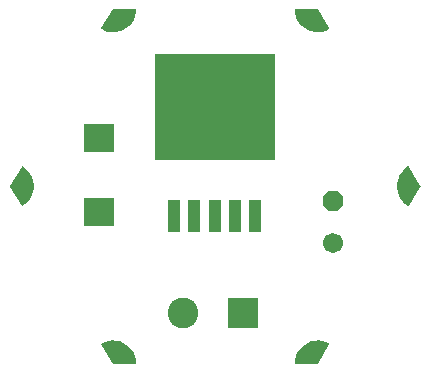
<source format=gbr>
G04 EAGLE Gerber RS-274X export*
G75*
%MOMM*%
%FSLAX34Y34*%
%LPD*%
%INSoldermask Bottom*%
%IPPOS*%
%AMOC8*
5,1,8,0,0,1.08239X$1,22.5*%
G01*
%ADD10C,1.101600*%
%ADD11R,1.117600X2.794000*%
%ADD12R,10.261600X9.042400*%
%ADD13R,2.601600X2.601600*%
%ADD14C,2.601600*%
%ADD15P,1.842011X8X112.500000*%
%ADD16C,1.701800*%
%ADD17R,2.551600X2.351600*%

G36*
X509929Y329213D02*
X509929Y329213D01*
X510000Y329213D01*
X510027Y329224D01*
X510056Y329227D01*
X510118Y329262D01*
X510183Y329290D01*
X510204Y329310D01*
X510229Y329325D01*
X510292Y329402D01*
X510322Y329432D01*
X510326Y329442D01*
X510335Y329453D01*
X519835Y345953D01*
X519845Y345985D01*
X519854Y345998D01*
X519858Y346022D01*
X519859Y346026D01*
X519890Y346096D01*
X519890Y346120D01*
X519898Y346142D01*
X519892Y346218D01*
X519893Y346295D01*
X519883Y346319D01*
X519882Y346340D01*
X519861Y346379D01*
X519835Y346451D01*
X510335Y362951D01*
X510316Y362973D01*
X510303Y362999D01*
X510250Y363047D01*
X510203Y363100D01*
X510177Y363113D01*
X510156Y363132D01*
X510088Y363155D01*
X510024Y363186D01*
X509995Y363188D01*
X509968Y363197D01*
X509896Y363192D01*
X509825Y363195D01*
X509798Y363185D01*
X509769Y363183D01*
X509679Y363141D01*
X509639Y363126D01*
X509631Y363119D01*
X509618Y363113D01*
X507095Y361371D01*
X507071Y361347D01*
X507033Y361320D01*
X504821Y359196D01*
X504802Y359168D01*
X504768Y359136D01*
X502926Y356685D01*
X502912Y356654D01*
X502883Y356617D01*
X501458Y353902D01*
X501449Y353871D01*
X501433Y353846D01*
X501432Y353838D01*
X501427Y353828D01*
X500456Y350920D01*
X500452Y350886D01*
X500437Y350842D01*
X499945Y347815D01*
X499946Y347781D01*
X499938Y347735D01*
X499938Y344669D01*
X499939Y344665D01*
X499939Y344663D01*
X499945Y344636D01*
X499945Y344589D01*
X500437Y341562D01*
X500449Y341531D01*
X500456Y341484D01*
X501427Y338576D01*
X501444Y338547D01*
X501458Y338502D01*
X502883Y335787D01*
X502905Y335761D01*
X502926Y335719D01*
X504768Y333268D01*
X504793Y333245D01*
X504821Y333208D01*
X507033Y331084D01*
X507061Y331066D01*
X507095Y331033D01*
X509618Y329291D01*
X509645Y329280D01*
X509667Y329261D01*
X509736Y329241D01*
X509801Y329213D01*
X509830Y329213D01*
X509858Y329205D01*
X509929Y329213D01*
G37*
G36*
X182508Y329212D02*
X182508Y329212D01*
X182579Y329209D01*
X182606Y329219D01*
X182635Y329221D01*
X182725Y329263D01*
X182765Y329278D01*
X182773Y329285D01*
X182786Y329291D01*
X185309Y331033D01*
X185333Y331057D01*
X185371Y331084D01*
X187583Y333208D01*
X187602Y333236D01*
X187636Y333268D01*
X189478Y335719D01*
X189492Y335750D01*
X189521Y335787D01*
X190946Y338502D01*
X190955Y338535D01*
X190977Y338576D01*
X191948Y341484D01*
X191952Y341518D01*
X191967Y341562D01*
X192459Y344589D01*
X192458Y344623D01*
X192466Y344669D01*
X192466Y347735D01*
X192459Y347768D01*
X192459Y347815D01*
X191967Y350842D01*
X191955Y350873D01*
X191948Y350920D01*
X190977Y353828D01*
X190964Y353851D01*
X190958Y353876D01*
X190951Y353885D01*
X190946Y353902D01*
X189521Y356617D01*
X189499Y356643D01*
X189478Y356685D01*
X187636Y359136D01*
X187611Y359159D01*
X187583Y359196D01*
X185371Y361320D01*
X185343Y361338D01*
X185309Y361371D01*
X182786Y363113D01*
X182759Y363124D01*
X182737Y363143D01*
X182668Y363163D01*
X182603Y363191D01*
X182574Y363191D01*
X182546Y363199D01*
X182475Y363191D01*
X182404Y363192D01*
X182377Y363180D01*
X182348Y363177D01*
X182286Y363142D01*
X182221Y363114D01*
X182200Y363094D01*
X182175Y363079D01*
X182112Y363002D01*
X182082Y362972D01*
X182078Y362962D01*
X182069Y362951D01*
X172569Y346451D01*
X172545Y346378D01*
X172514Y346308D01*
X172514Y346284D01*
X172506Y346262D01*
X172513Y346186D01*
X172512Y346109D01*
X172521Y346085D01*
X172522Y346064D01*
X172543Y346025D01*
X172562Y345973D01*
X172563Y345967D01*
X172565Y345965D01*
X172569Y345953D01*
X182069Y329453D01*
X182088Y329431D01*
X182101Y329405D01*
X182154Y329357D01*
X182201Y329304D01*
X182227Y329291D01*
X182249Y329272D01*
X182316Y329249D01*
X182380Y329218D01*
X182409Y329217D01*
X182436Y329207D01*
X182508Y329212D01*
G37*
G36*
X432878Y195718D02*
X432878Y195718D01*
X432956Y195727D01*
X432975Y195738D01*
X432997Y195742D01*
X433061Y195786D01*
X433129Y195825D01*
X433145Y195844D01*
X433161Y195855D01*
X433185Y195893D01*
X433235Y195953D01*
X442735Y212453D01*
X442744Y212480D01*
X442760Y212504D01*
X442775Y212574D01*
X442798Y212642D01*
X442795Y212670D01*
X442801Y212698D01*
X442788Y212769D01*
X442782Y212840D01*
X442769Y212865D01*
X442763Y212893D01*
X442723Y212953D01*
X442690Y213016D01*
X442668Y213034D01*
X442652Y213058D01*
X442569Y213116D01*
X442537Y213143D01*
X442526Y213146D01*
X442516Y213153D01*
X439750Y214462D01*
X439717Y214470D01*
X439674Y214490D01*
X436734Y215338D01*
X436700Y215341D01*
X436656Y215354D01*
X433618Y215719D01*
X433584Y215716D01*
X433537Y215722D01*
X430480Y215595D01*
X430447Y215587D01*
X430400Y215586D01*
X427403Y214970D01*
X427372Y214957D01*
X427326Y214948D01*
X424466Y213859D01*
X424438Y213841D01*
X424394Y213825D01*
X421746Y212291D01*
X421720Y212269D01*
X421680Y212246D01*
X419312Y210308D01*
X419290Y210281D01*
X419254Y210252D01*
X417227Y207959D01*
X417211Y207930D01*
X417179Y207895D01*
X415547Y205307D01*
X415535Y205275D01*
X415510Y205236D01*
X414314Y202419D01*
X414307Y202386D01*
X414304Y202379D01*
X414300Y202373D01*
X414299Y202367D01*
X414288Y202343D01*
X413560Y199371D01*
X413558Y199337D01*
X413547Y199292D01*
X413304Y196242D01*
X413308Y196213D01*
X413303Y196185D01*
X413320Y196116D01*
X413328Y196044D01*
X413343Y196020D01*
X413349Y195992D01*
X413392Y195934D01*
X413428Y195872D01*
X413450Y195855D01*
X413467Y195832D01*
X413529Y195795D01*
X413586Y195752D01*
X413614Y195745D01*
X413638Y195730D01*
X413738Y195714D01*
X413779Y195703D01*
X413789Y195705D01*
X413802Y195703D01*
X432802Y195703D01*
X432878Y195718D01*
G37*
G36*
X433571Y476687D02*
X433571Y476687D01*
X433618Y476685D01*
X436656Y477050D01*
X436688Y477061D01*
X436734Y477066D01*
X439674Y477914D01*
X439704Y477930D01*
X439750Y477942D01*
X442516Y479251D01*
X442538Y479268D01*
X442565Y479278D01*
X442617Y479327D01*
X442675Y479370D01*
X442689Y479395D01*
X442710Y479414D01*
X442739Y479480D01*
X442775Y479542D01*
X442778Y479570D01*
X442790Y479596D01*
X442791Y479668D01*
X442800Y479739D01*
X442792Y479766D01*
X442793Y479795D01*
X442757Y479890D01*
X442746Y479930D01*
X442739Y479939D01*
X442735Y479951D01*
X433235Y496451D01*
X433183Y496510D01*
X433137Y496572D01*
X433118Y496583D01*
X433103Y496600D01*
X433033Y496634D01*
X432966Y496674D01*
X432942Y496678D01*
X432924Y496686D01*
X432879Y496688D01*
X432802Y496701D01*
X413802Y496701D01*
X413774Y496696D01*
X413746Y496698D01*
X413678Y496676D01*
X413607Y496662D01*
X413584Y496646D01*
X413557Y496637D01*
X413502Y496590D01*
X413443Y496549D01*
X413428Y496525D01*
X413407Y496507D01*
X413375Y496442D01*
X413336Y496382D01*
X413331Y496354D01*
X413319Y496328D01*
X413310Y496227D01*
X413303Y496185D01*
X413305Y496175D01*
X413304Y496162D01*
X413547Y493112D01*
X413556Y493080D01*
X413560Y493033D01*
X414288Y490061D01*
X414303Y490030D01*
X414314Y489985D01*
X415510Y487168D01*
X415529Y487140D01*
X415547Y487097D01*
X417179Y484509D01*
X417203Y484485D01*
X417227Y484445D01*
X419254Y482152D01*
X419281Y482132D01*
X419312Y482096D01*
X421680Y480158D01*
X421710Y480142D01*
X421746Y480113D01*
X424394Y478580D01*
X424426Y478569D01*
X424466Y478545D01*
X427326Y477457D01*
X427359Y477451D01*
X427403Y477434D01*
X430400Y476818D01*
X430434Y476818D01*
X430480Y476809D01*
X433537Y476682D01*
X433571Y476687D01*
G37*
G36*
X278630Y195708D02*
X278630Y195708D01*
X278658Y195706D01*
X278726Y195728D01*
X278797Y195742D01*
X278820Y195758D01*
X278847Y195767D01*
X278902Y195814D01*
X278961Y195855D01*
X278976Y195879D01*
X278998Y195897D01*
X279029Y195962D01*
X279068Y196022D01*
X279073Y196050D01*
X279085Y196076D01*
X279094Y196177D01*
X279101Y196219D01*
X279099Y196229D01*
X279100Y196242D01*
X278857Y199292D01*
X278848Y199324D01*
X278844Y199371D01*
X278116Y202343D01*
X278101Y202374D01*
X278090Y202419D01*
X276894Y205236D01*
X276875Y205264D01*
X276857Y205307D01*
X275225Y207895D01*
X275201Y207919D01*
X275177Y207959D01*
X273150Y210252D01*
X273123Y210272D01*
X273092Y210308D01*
X270725Y212246D01*
X270694Y212262D01*
X270658Y212291D01*
X268010Y213825D01*
X267978Y213835D01*
X267938Y213859D01*
X265078Y214948D01*
X265045Y214953D01*
X265001Y214970D01*
X262004Y215586D01*
X261970Y215586D01*
X261924Y215595D01*
X258867Y215722D01*
X258833Y215717D01*
X258786Y215719D01*
X255748Y215354D01*
X255716Y215343D01*
X255670Y215338D01*
X252730Y214490D01*
X252700Y214474D01*
X252655Y214462D01*
X249889Y213153D01*
X249866Y213136D01*
X249839Y213126D01*
X249787Y213077D01*
X249729Y213034D01*
X249715Y213009D01*
X249694Y212990D01*
X249665Y212924D01*
X249629Y212862D01*
X249626Y212834D01*
X249614Y212808D01*
X249613Y212736D01*
X249604Y212665D01*
X249612Y212638D01*
X249612Y212609D01*
X249647Y212514D01*
X249658Y212474D01*
X249665Y212465D01*
X249669Y212453D01*
X259169Y195953D01*
X259221Y195895D01*
X259267Y195832D01*
X259286Y195821D01*
X259301Y195804D01*
X259371Y195770D01*
X259438Y195730D01*
X259463Y195726D01*
X259480Y195718D01*
X259525Y195716D01*
X259602Y195703D01*
X278602Y195703D01*
X278630Y195708D01*
G37*
G36*
X261924Y476809D02*
X261924Y476809D01*
X261957Y476817D01*
X262004Y476818D01*
X265001Y477434D01*
X265032Y477447D01*
X265078Y477457D01*
X267938Y478545D01*
X267967Y478563D01*
X268010Y478580D01*
X270658Y480113D01*
X270684Y480135D01*
X270725Y480158D01*
X273092Y482096D01*
X273114Y482123D01*
X273150Y482152D01*
X275177Y484445D01*
X275194Y484474D01*
X275225Y484509D01*
X276857Y487097D01*
X276869Y487129D01*
X276894Y487168D01*
X278090Y489985D01*
X278097Y490018D01*
X278116Y490061D01*
X278844Y493033D01*
X278846Y493067D01*
X278857Y493112D01*
X279100Y496162D01*
X279096Y496191D01*
X279101Y496219D01*
X279084Y496288D01*
X279076Y496360D01*
X279062Y496384D01*
X279055Y496412D01*
X279012Y496470D01*
X278977Y496532D01*
X278954Y496549D01*
X278937Y496572D01*
X278875Y496609D01*
X278818Y496652D01*
X278790Y496659D01*
X278766Y496674D01*
X278666Y496690D01*
X278625Y496701D01*
X278615Y496699D01*
X278602Y496701D01*
X259602Y496701D01*
X259526Y496686D01*
X259448Y496677D01*
X259429Y496666D01*
X259407Y496662D01*
X259343Y496618D01*
X259275Y496579D01*
X259259Y496560D01*
X259243Y496549D01*
X259219Y496511D01*
X259169Y496451D01*
X249669Y479951D01*
X249660Y479924D01*
X249644Y479900D01*
X249629Y479830D01*
X249606Y479762D01*
X249609Y479734D01*
X249603Y479706D01*
X249617Y479636D01*
X249622Y479564D01*
X249635Y479539D01*
X249641Y479511D01*
X249681Y479451D01*
X249714Y479388D01*
X249736Y479370D01*
X249752Y479346D01*
X249835Y479288D01*
X249867Y479261D01*
X249878Y479258D01*
X249889Y479251D01*
X252655Y477942D01*
X252688Y477934D01*
X252730Y477914D01*
X255670Y477066D01*
X255704Y477063D01*
X255748Y477050D01*
X258786Y476685D01*
X258820Y476688D01*
X258867Y476682D01*
X261924Y476809D01*
G37*
D10*
X428802Y489302D03*
X511402Y346202D03*
X428802Y203102D03*
X263602Y203102D03*
X181002Y346202D03*
X263602Y489302D03*
D11*
X379476Y321056D03*
X362458Y321056D03*
X345440Y321056D03*
X328422Y321056D03*
X311404Y321056D03*
D12*
X345440Y413004D03*
D13*
X369570Y238760D03*
D14*
X318770Y238760D03*
D15*
X445770Y334010D03*
D16*
X445770Y298450D03*
D17*
X247650Y387100D03*
X247650Y324100D03*
M02*

</source>
